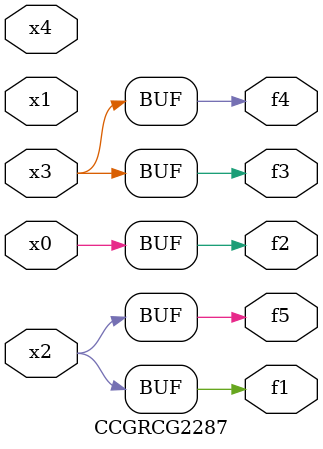
<source format=v>
module CCGRCG2287(
	input x0, x1, x2, x3, x4,
	output f1, f2, f3, f4, f5
);
	assign f1 = x2;
	assign f2 = x0;
	assign f3 = x3;
	assign f4 = x3;
	assign f5 = x2;
endmodule

</source>
